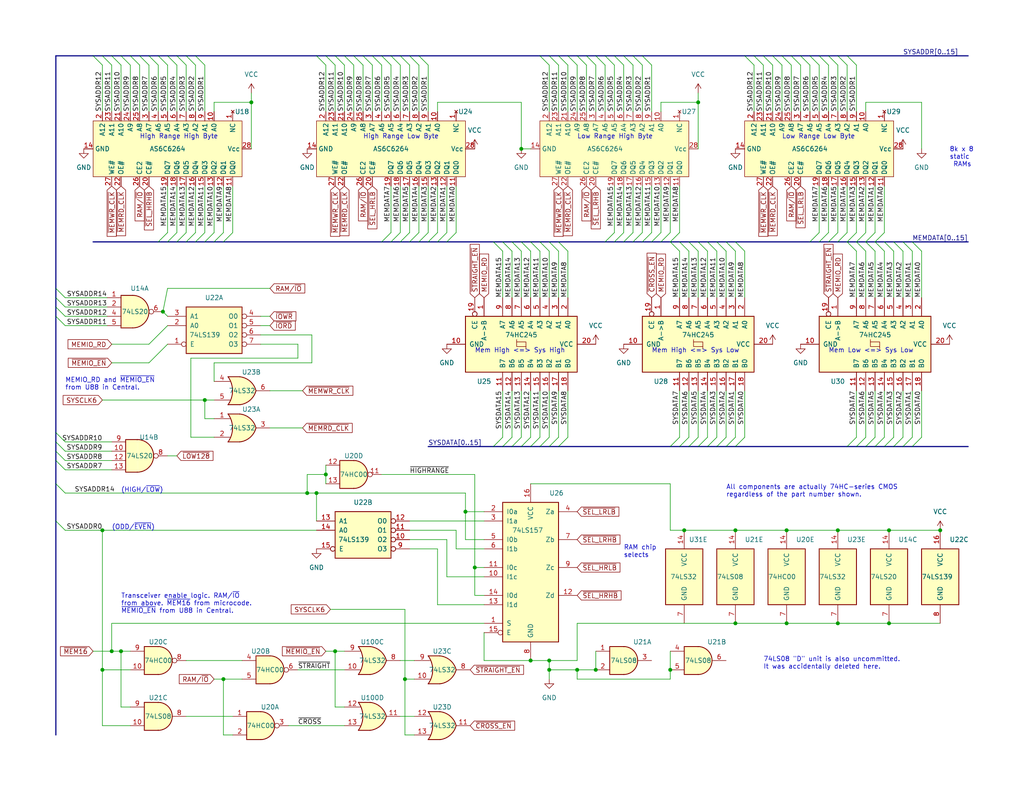
<source format=kicad_sch>
(kicad_sch (version 20211123) (generator eeschema)
  (paper "USLetter")
  (title_block (title "YARC Memory"))
  (junction (at 30.48 177.8))
  (junction (at 228.6 170.18))
  (junction (at 27.94 144.78))
  (junction (at 200.66 170.18))
  (junction (at 157.48 182.88))
  (junction (at 127 139.7))
  (junction (at 129.54 154.94))
  (junction (at 242.57 170.18))
  (junction (at 162.56 182.88))
  (junction (at 190.5 27.94))
  (junction (at 55.88 109.22))
  (junction (at 60.96 185.42))
  (junction (at 242.57 144.78))
  (junction (at 86.36 134.62))
  (junction (at 91.44 177.8))
  (junction (at 142.24 40.64))
  (junction (at 228.6 144.78))
  (junction (at 144.78 180.34))
  (junction (at 83.82 134.62))
  (junction (at 44.45 85.09))
  (junction (at 33.02 177.8))
  (junction (at 256.54 144.78))
  (junction (at 186.69 144.78))
  (junction (at 214.63 170.18))
  (junction (at 68.58 27.94))
  (junction (at 110.49 185.42))
  (junction (at 214.63 144.78))
  (junction (at 88.9 129.54))
  (junction (at 182.88 182.88))
  (junction (at 149.86 180.34))
  (junction (at 27.94 182.88))
  (junction (at 149.86 182.88))
  (junction (at 200.66 144.78))
  (bus_entry (at 152.4 15.24) (size 2.54 2.54))
  (bus_entry (at 190.5 121.92) (size 2.54 -2.54))
  (bus_entry (at 198.12 66.04) (size 2.54 2.54))
  (bus_entry (at 195.58 121.92) (size 2.54 -2.54))
  (bus_entry (at 58.42 66.04) (size 2.54 -2.54))
  (bus_entry (at 238.76 121.92) (size 2.54 -2.54))
  (bus_entry (at 106.68 66.04) (size 2.54 -2.54))
  (bus_entry (at 33.02 15.24) (size 2.54 2.54))
  (bus_entry (at 218.44 15.24) (size 2.54 2.54))
  (bus_entry (at 38.1 15.24) (size 2.54 2.54))
  (bus_entry (at 86.36 15.24) (size 2.54 2.54))
  (bus_entry (at 147.32 121.92) (size 2.54 -2.54))
  (bus_entry (at 15.24 125.73) (size 2.54 2.54))
  (bus_entry (at 238.76 66.04) (size 2.54 2.54))
  (bus_entry (at 101.6 15.24) (size 2.54 2.54))
  (bus_entry (at 200.66 121.92) (size 2.54 -2.54))
  (bus_entry (at 88.9 15.24) (size 2.54 2.54))
  (bus_entry (at 15.24 83.82) (size 2.54 2.54))
  (bus_entry (at 203.2 15.24) (size 2.54 2.54))
  (bus_entry (at 116.84 66.04) (size 2.54 -2.54))
  (bus_entry (at 167.64 15.24) (size 2.54 2.54))
  (bus_entry (at 25.4 15.24) (size 2.54 2.54))
  (bus_entry (at 15.24 118.11) (size 2.54 2.54))
  (bus_entry (at 160.02 15.24) (size 2.54 2.54))
  (bus_entry (at 93.98 15.24) (size 2.54 2.54))
  (bus_entry (at 248.92 121.92) (size 2.54 -2.54))
  (bus_entry (at 48.26 15.24) (size 2.54 2.54))
  (bus_entry (at 147.32 66.04) (size 2.54 2.54))
  (bus_entry (at 43.18 66.04) (size 2.54 -2.54))
  (bus_entry (at 241.3 121.92) (size 2.54 -2.54))
  (bus_entry (at 177.8 66.04) (size 2.54 -2.54))
  (bus_entry (at 111.76 66.04) (size 2.54 -2.54))
  (bus_entry (at 15.24 81.28) (size 2.54 2.54))
  (bus_entry (at 157.48 15.24) (size 2.54 2.54))
  (bus_entry (at 50.8 15.24) (size 2.54 2.54))
  (bus_entry (at 233.68 121.92) (size 2.54 -2.54))
  (bus_entry (at 104.14 66.04) (size 2.54 -2.54))
  (bus_entry (at 121.92 66.04) (size 2.54 -2.54))
  (bus_entry (at 53.34 15.24) (size 2.54 2.54))
  (bus_entry (at 175.26 15.24) (size 2.54 2.54))
  (bus_entry (at 15.24 142.24) (size 2.54 2.54))
  (bus_entry (at 193.04 66.04) (size 2.54 2.54))
  (bus_entry (at 220.98 15.24) (size 2.54 2.54))
  (bus_entry (at 236.22 66.04) (size 2.54 2.54))
  (bus_entry (at 185.42 121.92) (size 2.54 -2.54))
  (bus_entry (at 109.22 66.04) (size 2.54 -2.54))
  (bus_entry (at 99.06 15.24) (size 2.54 2.54))
  (bus_entry (at 238.76 66.04) (size 2.54 -2.54))
  (bus_entry (at 205.74 15.24) (size 2.54 2.54))
  (bus_entry (at 119.38 66.04) (size 2.54 -2.54))
  (bus_entry (at 15.24 132.08) (size 2.54 2.54))
  (bus_entry (at 210.82 15.24) (size 2.54 2.54))
  (bus_entry (at 400.05 69.85) (size 2.54 2.54))
  (bus_entry (at 195.58 66.04) (size 2.54 2.54))
  (bus_entry (at 231.14 15.24) (size 2.54 2.54))
  (bus_entry (at 144.78 66.04) (size 2.54 2.54))
  (bus_entry (at 137.16 66.04) (size 2.54 2.54))
  (bus_entry (at 246.38 121.92) (size 2.54 -2.54))
  (bus_entry (at 134.62 121.92) (size 2.54 -2.54))
  (bus_entry (at 213.36 15.24) (size 2.54 2.54))
  (bus_entry (at 149.86 121.92) (size 2.54 -2.54))
  (bus_entry (at 15.24 86.36) (size 2.54 2.54))
  (bus_entry (at 30.48 15.24) (size 2.54 2.54))
  (bus_entry (at 193.04 121.92) (size 2.54 -2.54))
  (bus_entry (at 50.8 66.04) (size 2.54 -2.54))
  (bus_entry (at 172.72 66.04) (size 2.54 -2.54))
  (bus_entry (at 139.7 66.04) (size 2.54 2.54))
  (bus_entry (at 172.72 15.24) (size 2.54 2.54))
  (bus_entry (at 165.1 15.24) (size 2.54 2.54))
  (bus_entry (at 137.16 121.92) (size 2.54 -2.54))
  (bus_entry (at 226.06 66.04) (size 2.54 -2.54))
  (bus_entry (at 142.24 121.92) (size 2.54 -2.54))
  (bus_entry (at 96.52 15.24) (size 2.54 2.54))
  (bus_entry (at 231.14 66.04) (size 2.54 -2.54))
  (bus_entry (at 208.28 15.24) (size 2.54 2.54))
  (bus_entry (at 236.22 121.92) (size 2.54 -2.54))
  (bus_entry (at 220.98 66.04) (size 2.54 -2.54))
  (bus_entry (at 104.14 15.24) (size 2.54 2.54))
  (bus_entry (at 27.94 15.24) (size 2.54 2.54))
  (bus_entry (at 182.88 66.04) (size 2.54 2.54))
  (bus_entry (at 248.92 66.04) (size 2.54 2.54))
  (bus_entry (at 15.24 120.65) (size 2.54 2.54))
  (bus_entry (at 109.22 15.24) (size 2.54 2.54))
  (bus_entry (at 187.96 121.92) (size 2.54 -2.54))
  (bus_entry (at 175.26 66.04) (size 2.54 -2.54))
  (bus_entry (at 15.24 123.19) (size 2.54 2.54))
  (bus_entry (at 226.06 15.24) (size 2.54 2.54))
  (bus_entry (at 167.64 66.04) (size 2.54 -2.54))
  (bus_entry (at 40.64 15.24) (size 2.54 2.54))
  (bus_entry (at 45.72 66.04) (size 2.54 -2.54))
  (bus_entry (at 241.3 66.04) (size 2.54 2.54))
  (bus_entry (at 144.78 121.92) (size 2.54 -2.54))
  (bus_entry (at 170.18 66.04) (size 2.54 -2.54))
  (bus_entry (at 228.6 15.24) (size 2.54 2.54))
  (bus_entry (at 223.52 15.24) (size 2.54 2.54))
  (bus_entry (at 162.56 15.24) (size 2.54 2.54))
  (bus_entry (at 190.5 66.04) (size 2.54 2.54))
  (bus_entry (at 142.24 66.04) (size 2.54 2.54))
  (bus_entry (at 35.56 15.24) (size 2.54 2.54))
  (bus_entry (at 106.68 15.24) (size 2.54 2.54))
  (bus_entry (at 149.86 15.24) (size 2.54 2.54))
  (bus_entry (at 114.3 15.24) (size 2.54 2.54))
  (bus_entry (at 182.88 66.04) (size 2.54 -2.54))
  (bus_entry (at 60.96 66.04) (size 2.54 -2.54))
  (bus_entry (at 53.34 66.04) (size 2.54 -2.54))
  (bus_entry (at 149.86 66.04) (size 2.54 2.54))
  (bus_entry (at 91.44 15.24) (size 2.54 2.54))
  (bus_entry (at 185.42 66.04) (size 2.54 2.54))
  (bus_entry (at 187.96 66.04) (size 2.54 2.54))
  (bus_entry (at 134.62 66.04) (size 2.54 2.54))
  (bus_entry (at 228.6 66.04) (size 2.54 -2.54))
  (bus_entry (at 147.32 15.24) (size 2.54 2.54))
  (bus_entry (at 182.88 121.92) (size 2.54 -2.54))
  (bus_entry (at 233.68 66.04) (size 2.54 -2.54))
  (bus_entry (at 114.3 66.04) (size 2.54 -2.54))
  (bus_entry (at 152.4 66.04) (size 2.54 2.54))
  (bus_entry (at 154.94 15.24) (size 2.54 2.54))
  (bus_entry (at 200.66 66.04) (size 2.54 2.54))
  (bus_entry (at 215.9 15.24) (size 2.54 2.54))
  (bus_entry (at 231.14 66.04) (size 2.54 2.54))
  (bus_entry (at 243.84 66.04) (size 2.54 2.54))
  (bus_entry (at 180.34 66.04) (size 2.54 -2.54))
  (bus_entry (at 223.52 66.04) (size 2.54 -2.54))
  (bus_entry (at 246.38 66.04) (size 2.54 2.54))
  (bus_entry (at 152.4 121.92) (size 2.54 -2.54))
  (bus_entry (at 233.68 66.04) (size 2.54 2.54))
  (bus_entry (at 243.84 121.92) (size 2.54 -2.54))
  (bus_entry (at 15.24 78.74) (size 2.54 2.54))
  (bus_entry (at 48.26 66.04) (size 2.54 -2.54))
  (bus_entry (at 170.18 15.24) (size 2.54 2.54))
  (bus_entry (at 165.1 66.04) (size 2.54 -2.54))
  (bus_entry (at 139.7 121.92) (size 2.54 -2.54))
  (bus_entry (at 43.18 15.24) (size 2.54 2.54))
  (bus_entry (at 236.22 66.04) (size 2.54 -2.54))
  (bus_entry (at 111.76 15.24) (size 2.54 2.54))
  (bus_entry (at 55.88 66.04) (size 2.54 -2.54))
  (bus_entry (at 231.14 121.92) (size 2.54 -2.54))
  (bus_entry (at 198.12 121.92) (size 2.54 -2.54))
  (bus_entry (at 45.72 15.24) (size 2.54 2.54))
  (wire (pts (xy 27.94 144.78) (xy 27.94 182.88)))
  (wire (pts (xy 132.08 154.94) (xy 129.54 154.94)))
  (wire (pts (xy 144.78 68.58) (xy 144.78 81.28)))
  (wire (pts (xy 91.44 177.8) (xy 93.98 177.8)))
  (wire (pts (xy 17.78 125.73) (xy 30.48 125.73)))
  (bus (pts (xy 101.6 15.24) (xy 104.14 15.24)))
  (bus (pts (xy 182.88 66.04) (xy 185.42 66.04)))
  (wire (pts (xy 45.72 86.36) (xy 44.45 85.09)))
  (wire (pts (xy 132.08 170.18) (xy 30.48 170.18)))
  (wire (pts (xy 30.48 177.8) (xy 33.02 177.8)))
  (wire (pts (xy 132.08 165.1) (xy 119.38 165.1)))
  (wire (pts (xy 198.12 68.58) (xy 198.12 81.28)))
  (wire (pts (xy 226.06 17.78) (xy 226.06 30.48)))
  (wire (pts (xy 119.38 30.48) (xy 119.38 27.94)))
  (wire (pts (xy 228.6 17.78) (xy 228.6 30.48)))
  (wire (pts (xy 58.42 63.5) (xy 58.42 50.8)))
  (wire (pts (xy 106.68 17.78) (xy 106.68 30.48)))
  (wire (pts (xy 226.06 63.5) (xy 226.06 50.8)))
  (wire (pts (xy 238.76 63.5) (xy 238.76 50.8)))
  (wire (pts (xy 58.42 114.3) (xy 55.88 114.3)))
  (bus (pts (xy 233.68 121.92) (xy 236.22 121.92)))
  (bus (pts (xy 198.12 121.92) (xy 200.66 121.92)))
  (wire (pts (xy 93.98 17.78) (xy 93.98 30.48)))
  (bus (pts (xy 236.22 66.04) (xy 238.76 66.04)))
  (wire (pts (xy 73.66 86.36) (xy 71.12 86.36)))
  (wire (pts (xy 25.4 177.8) (xy 30.48 177.8)))
  (bus (pts (xy 27.94 15.24) (xy 30.48 15.24)))
  (bus (pts (xy 195.58 66.04) (xy 198.12 66.04)))
  (wire (pts (xy 121.92 63.5) (xy 121.92 50.8)))
  (bus (pts (xy 220.98 66.04) (xy 223.52 66.04)))
  (bus (pts (xy 25.4 66.04) (xy 43.18 66.04)))
  (bus (pts (xy 215.9 15.24) (xy 218.44 15.24)))
  (wire (pts (xy 50.8 195.58) (xy 63.5 195.58)))
  (bus (pts (xy 116.84 121.92) (xy 134.62 121.92)))
  (wire (pts (xy 17.78 81.28) (xy 29.21 81.28)))
  (bus (pts (xy 86.36 15.24) (xy 88.9 15.24)))
  (wire (pts (xy 180.34 63.5) (xy 180.34 50.8)))
  (wire (pts (xy 190.5 68.58) (xy 190.5 81.28)))
  (bus (pts (xy 15.24 15.24) (xy 15.24 78.74)))
  (wire (pts (xy 228.6 144.78) (xy 242.57 144.78)))
  (bus (pts (xy 134.62 121.92) (xy 137.16 121.92)))
  (bus (pts (xy 30.48 15.24) (xy 33.02 15.24)))
  (wire (pts (xy 129.54 129.54) (xy 129.54 154.94)))
  (bus (pts (xy 193.04 121.92) (xy 195.58 121.92)))
  (wire (pts (xy 45.72 17.78) (xy 45.72 30.48)))
  (wire (pts (xy 53.34 63.5) (xy 53.34 50.8)))
  (wire (pts (xy 50.8 63.5) (xy 50.8 50.8)))
  (wire (pts (xy 109.22 195.58) (xy 113.03 195.58)))
  (wire (pts (xy 88.9 177.8) (xy 91.44 177.8)))
  (wire (pts (xy 58.42 99.06) (xy 85.09 99.06)))
  (bus (pts (xy 142.24 121.92) (xy 144.78 121.92)))
  (wire (pts (xy 88.9 129.54) (xy 83.82 129.54)))
  (wire (pts (xy 116.84 63.5) (xy 116.84 50.8)))
  (wire (pts (xy 251.46 119.38) (xy 251.46 106.68)))
  (bus (pts (xy 152.4 15.24) (xy 154.94 15.24)))
  (wire (pts (xy 132.08 149.86) (xy 124.46 149.86)))
  (bus (pts (xy 167.64 15.24) (xy 170.18 15.24)))
  (wire (pts (xy 78.74 198.12) (xy 93.98 198.12)))
  (bus (pts (xy 48.26 66.04) (xy 50.8 66.04)))
  (wire (pts (xy 110.49 185.42) (xy 113.03 185.42)))
  (bus (pts (xy 147.32 121.92) (xy 149.86 121.92)))
  (wire (pts (xy 180.34 27.94) (xy 190.5 27.94)))
  (wire (pts (xy 88.9 17.78) (xy 88.9 30.48)))
  (bus (pts (xy 142.24 66.04) (xy 144.78 66.04)))
  (wire (pts (xy 17.78 128.27) (xy 30.48 128.27)))
  (bus (pts (xy 175.26 66.04) (xy 177.8 66.04)))
  (wire (pts (xy 233.68 17.78) (xy 233.68 30.48)))
  (wire (pts (xy 236.22 119.38) (xy 236.22 106.68)))
  (wire (pts (xy 220.98 17.78) (xy 220.98 30.48)))
  (wire (pts (xy 149.86 180.34) (xy 157.48 180.34)))
  (bus (pts (xy 160.02 15.24) (xy 162.56 15.24)))
  (wire (pts (xy 58.42 30.48) (xy 58.42 27.94)))
  (wire (pts (xy 82.55 106.68) (xy 73.66 106.68)))
  (wire (pts (xy 52.07 119.38) (xy 58.42 119.38)))
  (wire (pts (xy 86.36 134.62) (xy 127 134.62)))
  (wire (pts (xy 177.8 17.78) (xy 177.8 30.48)))
  (wire (pts (xy 38.1 17.78) (xy 38.1 30.48)))
  (wire (pts (xy 90.17 166.37) (xy 110.49 166.37)))
  (bus (pts (xy 223.52 15.24) (xy 226.06 15.24)))
  (wire (pts (xy 203.2 119.38) (xy 203.2 106.68)))
  (wire (pts (xy 68.58 27.94) (xy 68.58 40.64)))
  (wire (pts (xy 198.12 119.38) (xy 198.12 106.68)))
  (wire (pts (xy 132.08 172.72) (xy 132.08 180.34)))
  (bus (pts (xy 220.98 15.24) (xy 223.52 15.24)))
  (wire (pts (xy 149.86 185.42) (xy 149.86 182.88)))
  (bus (pts (xy 213.36 15.24) (xy 215.9 15.24)))
  (wire (pts (xy 157.48 170.18) (xy 200.66 170.18)))
  (wire (pts (xy 91.44 17.78) (xy 91.44 30.48)))
  (bus (pts (xy 139.7 66.04) (xy 142.24 66.04)))
  (wire (pts (xy 180.34 30.48) (xy 180.34 27.94)))
  (wire (pts (xy 214.63 144.78) (xy 228.6 144.78)))
  (wire (pts (xy 33.02 17.78) (xy 33.02 30.48)))
  (wire (pts (xy 27.94 17.78) (xy 27.94 30.48)))
  (wire (pts (xy 33.02 193.04) (xy 33.02 177.8)))
  (bus (pts (xy 15.24 118.11) (xy 15.24 120.65)))
  (wire (pts (xy 186.69 144.78) (xy 200.66 144.78)))
  (bus (pts (xy 226.06 66.04) (xy 228.6 66.04)))
  (wire (pts (xy 30.48 170.18) (xy 30.48 177.8)))
  (bus (pts (xy 190.5 121.92) (xy 193.04 121.92)))
  (bus (pts (xy 15.24 15.24) (xy 25.4 15.24)))
  (wire (pts (xy 251.46 27.94) (xy 251.46 40.64)))
  (bus (pts (xy 238.76 66.04) (xy 241.3 66.04)))
  (wire (pts (xy 17.78 88.9) (xy 29.21 88.9)))
  (bus (pts (xy 241.3 66.04) (xy 243.84 66.04)))
  (bus (pts (xy 106.68 15.24) (xy 109.22 15.24)))
  (wire (pts (xy 127 134.62) (xy 127 139.7)))
  (bus (pts (xy 246.38 66.04) (xy 248.92 66.04)))
  (bus (pts (xy 226.06 15.24) (xy 228.6 15.24)))
  (wire (pts (xy 132.08 180.34) (xy 144.78 180.34)))
  (wire (pts (xy 127 139.7) (xy 127 147.32)))
  (wire (pts (xy 17.78 120.65) (xy 30.48 120.65)))
  (wire (pts (xy 55.88 109.22) (xy 58.42 109.22)))
  (bus (pts (xy 93.98 15.24) (xy 96.52 15.24)))
  (wire (pts (xy 147.32 119.38) (xy 147.32 106.68)))
  (wire (pts (xy 17.78 86.36) (xy 29.21 86.36)))
  (bus (pts (xy 154.94 15.24) (xy 157.48 15.24)))
  (wire (pts (xy 236.22 27.94) (xy 251.46 27.94)))
  (bus (pts (xy 53.34 15.24) (xy 86.36 15.24)))
  (wire (pts (xy 119.38 149.86) (xy 111.76 149.86)))
  (wire (pts (xy 256.54 170.18) (xy 242.57 170.18)))
  (wire (pts (xy 205.74 17.78) (xy 205.74 30.48)))
  (bus (pts (xy 152.4 121.92) (xy 182.88 121.92)))
  (wire (pts (xy 60.96 200.66) (xy 60.96 185.42)))
  (bus (pts (xy 198.12 66.04) (xy 200.66 66.04)))
  (wire (pts (xy 167.64 17.78) (xy 167.64 30.48)))
  (wire (pts (xy 218.44 17.78) (xy 218.44 30.48)))
  (bus (pts (xy 185.42 121.92) (xy 187.96 121.92)))
  (wire (pts (xy 114.3 17.78) (xy 114.3 30.48)))
  (wire (pts (xy 53.34 17.78) (xy 53.34 30.48)))
  (bus (pts (xy 208.28 15.24) (xy 210.82 15.24)))
  (bus (pts (xy 104.14 15.24) (xy 106.68 15.24)))
  (wire (pts (xy 17.78 83.82) (xy 29.21 83.82)))
  (bus (pts (xy 40.64 15.24) (xy 43.18 15.24)))
  (wire (pts (xy 241.3 119.38) (xy 241.3 106.68)))
  (wire (pts (xy 119.38 27.94) (xy 142.24 27.94)))
  (bus (pts (xy 25.4 15.24) (xy 27.94 15.24)))
  (wire (pts (xy 154.94 119.38) (xy 154.94 106.68)))
  (wire (pts (xy 223.52 17.78) (xy 223.52 30.48)))
  (bus (pts (xy 243.84 66.04) (xy 246.38 66.04)))
  (wire (pts (xy 129.54 154.94) (xy 129.54 162.56)))
  (wire (pts (xy 137.16 68.58) (xy 137.16 81.28)))
  (wire (pts (xy 109.22 17.78) (xy 109.22 30.48)))
  (bus (pts (xy 172.72 66.04) (xy 175.26 66.04)))
  (wire (pts (xy 149.86 182.88) (xy 149.86 180.34)))
  (bus (pts (xy 246.38 121.92) (xy 248.92 121.92)))
  (bus (pts (xy 182.88 121.92) (xy 185.42 121.92)))
  (wire (pts (xy 208.28 17.78) (xy 208.28 30.48)))
  (wire (pts (xy 149.86 119.38) (xy 149.86 106.68)))
  (bus (pts (xy 149.86 15.24) (xy 152.4 15.24)))
  (wire (pts (xy 200.66 68.58) (xy 200.66 81.28)))
  (wire (pts (xy 246.38 68.58) (xy 246.38 81.28)))
  (bus (pts (xy 223.52 66.04) (xy 226.06 66.04)))
  (bus (pts (xy 137.16 66.04) (xy 139.7 66.04)))
  (bus (pts (xy 15.24 132.08) (xy 15.24 142.24)))
  (bus (pts (xy 180.34 66.04) (xy 182.88 66.04)))
  (bus (pts (xy 116.84 66.04) (xy 119.38 66.04)))
  (wire (pts (xy 71.12 93.98) (xy 81.28 93.98)))
  (wire (pts (xy 111.76 63.5) (xy 111.76 50.8)))
  (wire (pts (xy 93.98 193.04) (xy 91.44 193.04)))
  (wire (pts (xy 195.58 119.38) (xy 195.58 106.68)))
  (bus (pts (xy 231.14 121.92) (xy 233.68 121.92)))
  (wire (pts (xy 63.5 200.66) (xy 60.96 200.66)))
  (wire (pts (xy 228.6 63.5) (xy 228.6 50.8)))
  (bus (pts (xy 45.72 15.24) (xy 48.26 15.24)))
  (bus (pts (xy 162.56 15.24) (xy 165.1 15.24)))
  (wire (pts (xy 30.48 93.98) (xy 40.64 93.98)))
  (bus (pts (xy 15.24 123.19) (xy 15.24 125.73)))
  (wire (pts (xy 185.42 63.5) (xy 185.42 50.8)))
  (wire (pts (xy 52.07 97.79) (xy 81.28 97.79)))
  (wire (pts (xy 71.12 91.44) (xy 85.09 91.44)))
  (wire (pts (xy 162.56 182.88) (xy 157.48 182.88)))
  (wire (pts (xy 142.24 27.94) (xy 142.24 40.64)))
  (wire (pts (xy 58.42 104.14) (xy 58.42 99.06)))
  (wire (pts (xy 81.28 97.79) (xy 81.28 93.98)))
  (wire (pts (xy 213.36 17.78) (xy 213.36 30.48)))
  (wire (pts (xy 137.16 119.38) (xy 137.16 106.68)))
  (bus (pts (xy 200.66 121.92) (xy 231.14 121.92)))
  (wire (pts (xy 104.14 17.78) (xy 104.14 30.48)))
  (wire (pts (xy 121.92 157.48) (xy 121.92 147.32)))
  (wire (pts (xy 157.48 180.34) (xy 157.48 170.18)))
  (bus (pts (xy 185.42 66.04) (xy 187.96 66.04)))
  (wire (pts (xy 215.9 17.78) (xy 215.9 30.48)))
  (bus (pts (xy 48.26 15.24) (xy 50.8 15.24)))
  (wire (pts (xy 248.92 68.58) (xy 248.92 81.28)))
  (bus (pts (xy 147.32 66.04) (xy 149.86 66.04)))
  (wire (pts (xy 113.03 180.34) (xy 109.22 180.34)))
  (wire (pts (xy 243.84 119.38) (xy 243.84 106.68)))
  (wire (pts (xy 214.63 170.18) (xy 228.6 170.18)))
  (wire (pts (xy 132.08 157.48) (xy 121.92 157.48)))
  (wire (pts (xy 17.78 123.19) (xy 30.48 123.19)))
  (bus (pts (xy 35.56 15.24) (xy 38.1 15.24)))
  (wire (pts (xy 113.03 200.66) (xy 110.49 200.66)))
  (bus (pts (xy 170.18 15.24) (xy 172.72 15.24)))
  (bus (pts (xy 205.74 15.24) (xy 208.28 15.24)))
  (bus (pts (xy 50.8 15.24) (xy 53.34 15.24)))
  (bus (pts (xy 149.86 121.92) (xy 152.4 121.92)))
  (wire (pts (xy 170.18 17.78) (xy 170.18 30.48)))
  (wire (pts (xy 110.49 200.66) (xy 110.49 185.42)))
  (wire (pts (xy 182.88 63.5) (xy 182.88 50.8)))
  (bus (pts (xy 165.1 66.04) (xy 167.64 66.04)))
  (bus (pts (xy 233.68 66.04) (xy 236.22 66.04)))
  (wire (pts (xy 35.56 182.88) (xy 27.94 182.88)))
  (wire (pts (xy 68.58 25.4) (xy 68.58 27.94)))
  (bus (pts (xy 111.76 66.04) (xy 114.3 66.04)))
  (bus (pts (xy 228.6 66.04) (xy 231.14 66.04)))
  (bus (pts (xy 114.3 66.04) (xy 116.84 66.04)))
  (wire (pts (xy 182.88 182.88) (xy 182.88 185.42)))
  (bus (pts (xy 15.24 142.24) (xy 15.24 200.66)))
  (wire (pts (xy 144.78 132.08) (xy 182.88 132.08)))
  (wire (pts (xy 233.68 68.58) (xy 233.68 81.28)))
  (wire (pts (xy 152.4 119.38) (xy 152.4 106.68)))
  (wire (pts (xy 81.28 182.88) (xy 93.98 182.88)))
  (bus (pts (xy 109.22 66.04) (xy 111.76 66.04)))
  (wire (pts (xy 96.52 17.78) (xy 96.52 30.48)))
  (wire (pts (xy 157.48 185.42) (xy 157.48 182.88)))
  (wire (pts (xy 182.88 185.42) (xy 157.48 185.42)))
  (wire (pts (xy 50.8 180.34) (xy 66.04 180.34)))
  (bus (pts (xy 195.58 121.92) (xy 198.12 121.92)))
  (bus (pts (xy 248.92 121.92) (xy 264.16 121.92)))
  (wire (pts (xy 35.56 17.78) (xy 35.56 30.48)))
  (bus (pts (xy 144.78 66.04) (xy 147.32 66.04)))
  (wire (pts (xy 165.1 17.78) (xy 165.1 30.48)))
  (wire (pts (xy 106.68 63.5) (xy 106.68 50.8)))
  (bus (pts (xy 243.84 121.92) (xy 246.38 121.92)))
  (bus (pts (xy 231.14 66.04) (xy 233.68 66.04)))
  (bus (pts (xy 149.86 66.04) (xy 152.4 66.04)))
  (bus (pts (xy 177.8 66.04) (xy 180.34 66.04)))
  (wire (pts (xy 124.46 63.5) (xy 124.46 50.8)))
  (wire (pts (xy 43.18 17.78) (xy 43.18 30.48)))
  (wire (pts (xy 119.38 165.1) (xy 119.38 149.86)))
  (wire (pts (xy 236.22 30.48) (xy 236.22 27.94)))
  (wire (pts (xy 73.66 88.9) (xy 71.12 88.9)))
  (wire (pts (xy 144.78 180.34) (xy 149.86 180.34)))
  (wire (pts (xy 228.6 170.18) (xy 242.57 170.18)))
  (wire (pts (xy 58.42 27.94) (xy 68.58 27.94)))
  (bus (pts (xy 45.72 66.04) (xy 48.26 66.04)))
  (bus (pts (xy 60.96 66.04) (xy 104.14 66.04)))
  (wire (pts (xy 139.7 119.38) (xy 139.7 106.68)))
  (bus (pts (xy 111.76 15.24) (xy 114.3 15.24)))
  (wire (pts (xy 160.02 17.78) (xy 160.02 30.48)))
  (wire (pts (xy 83.82 134.62) (xy 86.36 134.62)))
  (bus (pts (xy 109.22 15.24) (xy 111.76 15.24)))
  (wire (pts (xy 124.46 149.86) (xy 124.46 144.78)))
  (bus (pts (xy 137.16 121.92) (xy 139.7 121.92)))
  (wire (pts (xy 182.88 144.78) (xy 186.69 144.78)))
  (wire (pts (xy 157.48 17.78) (xy 157.48 30.48)))
  (wire (pts (xy 86.36 142.24) (xy 86.36 134.62)))
  (bus (pts (xy 88.9 15.24) (xy 91.44 15.24)))
  (wire (pts (xy 162.56 177.8) (xy 162.56 182.88)))
  (bus (pts (xy 43.18 66.04) (xy 45.72 66.04)))
  (wire (pts (xy 83.82 129.54) (xy 83.82 134.62)))
  (bus (pts (xy 236.22 121.92) (xy 238.76 121.92)))
  (wire (pts (xy 182.88 132.08) (xy 182.88 144.78)))
  (wire (pts (xy 193.04 119.38) (xy 193.04 106.68)))
  (bus (pts (xy 119.38 66.04) (xy 121.92 66.04)))
  (wire (pts (xy 27.94 198.12) (xy 27.94 182.88)))
  (wire (pts (xy 139.7 68.58) (xy 139.7 81.28)))
  (wire (pts (xy 243.84 68.58) (xy 243.84 81.28)))
  (wire (pts (xy 190.5 25.4) (xy 190.5 27.94)))
  (bus (pts (xy 200.66 66.04) (xy 220.98 66.04)))
  (wire (pts (xy 236.22 68.58) (xy 236.22 81.28)))
  (wire (pts (xy 35.56 193.04) (xy 33.02 193.04)))
  (wire (pts (xy 17.78 134.62) (xy 83.82 134.62)))
  (bus (pts (xy 228.6 15.24) (xy 231.14 15.24)))
  (wire (pts (xy 114.3 63.5) (xy 114.3 50.8)))
  (wire (pts (xy 17.78 144.78) (xy 27.94 144.78)))
  (bus (pts (xy 170.18 66.04) (xy 172.72 66.04)))
  (wire (pts (xy 55.88 63.5) (xy 55.88 50.8)))
  (wire (pts (xy 238.76 119.38) (xy 238.76 106.68)))
  (wire (pts (xy 231.14 63.5) (xy 231.14 50.8)))
  (wire (pts (xy 200.66 119.38) (xy 200.66 106.68)))
  (bus (pts (xy 241.3 121.92) (xy 243.84 121.92)))
  (bus (pts (xy 106.68 66.04) (xy 109.22 66.04)))
  (wire (pts (xy 175.26 63.5) (xy 175.26 50.8)))
  (wire (pts (xy 45.72 63.5) (xy 45.72 50.8)))
  (wire (pts (xy 152.4 17.78) (xy 152.4 30.48)))
  (bus (pts (xy 193.04 66.04) (xy 195.58 66.04)))
  (wire (pts (xy 73.66 116.84) (xy 82.55 116.84)))
  (bus (pts (xy 147.32 15.24) (xy 149.86 15.24)))
  (wire (pts (xy 142.24 119.38) (xy 142.24 106.68)))
  (wire (pts (xy 246.38 119.38) (xy 246.38 106.68)))
  (wire (pts (xy 195.58 68.58) (xy 195.58 81.28)))
  (wire (pts (xy 177.8 63.5) (xy 177.8 50.8)))
  (wire (pts (xy 210.82 17.78) (xy 210.82 30.48)))
  (wire (pts (xy 101.6 17.78) (xy 101.6 30.48)))
  (bus (pts (xy 15.24 125.73) (xy 15.24 132.08)))
  (wire (pts (xy 149.86 68.58) (xy 149.86 81.28)))
  (wire (pts (xy 187.96 119.38) (xy 187.96 106.68)))
  (wire (pts (xy 27.94 109.22) (xy 55.88 109.22)))
  (wire (pts (xy 99.06 17.78) (xy 99.06 30.48)))
  (wire (pts (xy 233.68 63.5) (xy 233.68 50.8)))
  (wire (pts (xy 233.68 119.38) (xy 233.68 106.68)))
  (wire (pts (xy 185.42 119.38) (xy 185.42 106.68)))
  (wire (pts (xy 185.42 68.58) (xy 185.42 81.28)))
  (wire (pts (xy 172.72 17.78) (xy 172.72 30.48)))
  (wire (pts (xy 40.64 17.78) (xy 40.64 30.48)))
  (bus (pts (xy 238.76 121.92) (xy 241.3 121.92)))
  (wire (pts (xy 203.2 68.58) (xy 203.2 81.28)))
  (wire (pts (xy 157.48 182.88) (xy 149.86 182.88)))
  (wire (pts (xy 187.96 68.58) (xy 187.96 81.28)))
  (wire (pts (xy 45.72 78.74) (xy 73.66 78.74)))
  (bus (pts (xy 172.72 15.24) (xy 175.26 15.24)))
  (wire (pts (xy 109.22 63.5) (xy 109.22 50.8)))
  (wire (pts (xy 175.26 17.78) (xy 175.26 30.48)))
  (wire (pts (xy 193.04 68.58) (xy 193.04 81.28)))
  (wire (pts (xy 142.24 68.58) (xy 142.24 81.28)))
  (wire (pts (xy 167.64 63.5) (xy 167.64 50.8)))
  (wire (pts (xy 127 147.32) (xy 132.08 147.32)))
  (wire (pts (xy 241.3 63.5) (xy 241.3 50.8)))
  (bus (pts (xy 134.62 66.04) (xy 137.16 66.04)))
  (wire (pts (xy 124.46 144.78) (xy 111.76 144.78)))
  (bus (pts (xy 157.48 15.24) (xy 160.02 15.24)))
  (wire (pts (xy 55.88 114.3) (xy 55.88 109.22)))
  (wire (pts (xy 190.5 119.38) (xy 190.5 106.68)))
  (wire (pts (xy 200.66 144.78) (xy 214.63 144.78)))
  (wire (pts (xy 52.07 119.38) (xy 52.07 97.79)))
  (wire (pts (xy 149.86 17.78) (xy 149.86 30.48)))
  (wire (pts (xy 110.49 185.42) (xy 110.49 166.37)))
  (wire (pts (xy 111.76 142.24) (xy 132.08 142.24)))
  (wire (pts (xy 60.96 63.5) (xy 60.96 50.8)))
  (wire (pts (xy 48.26 63.5) (xy 48.26 50.8)))
  (bus (pts (xy 15.24 120.65) (xy 15.24 123.19)))
  (wire (pts (xy 104.14 129.54) (xy 129.54 129.54)))
  (bus (pts (xy 99.06 15.24) (xy 101.6 15.24)))
  (bus (pts (xy 203.2 15.24) (xy 205.74 15.24)))
  (wire (pts (xy 27.94 144.78) (xy 86.36 144.78)))
  (wire (pts (xy 251.46 68.58) (xy 251.46 81.28)))
  (wire (pts (xy 30.48 17.78) (xy 30.48 30.48)))
  (wire (pts (xy 231.14 17.78) (xy 231.14 30.48)))
  (bus (pts (xy 187.96 121.92) (xy 190.5 121.92)))
  (wire (pts (xy 144.78 119.38) (xy 144.78 106.68)))
  (bus (pts (xy 187.96 66.04) (xy 190.5 66.04)))
  (wire (pts (xy 111.76 17.78) (xy 111.76 30.48)))
  (bus (pts (xy 91.44 15.24) (xy 93.98 15.24)))
  (wire (pts (xy 40.64 99.06) (xy 30.48 99.06)))
  (wire (pts (xy 152.4 68.58) (xy 152.4 81.28)))
  (wire (pts (xy 50.8 17.78) (xy 50.8 30.48)))
  (wire (pts (xy 88.9 129.54) (xy 88.9 132.08)))
  (bus (pts (xy 33.02 15.24) (xy 35.56 15.24)))
  (wire (pts (xy 132.08 139.7) (xy 127 139.7)))
  (bus (pts (xy 15.24 81.28) (xy 15.24 83.82)))
  (wire (pts (xy 33.02 177.8) (xy 35.56 177.8)))
  (wire (pts (xy 45.72 93.98) (xy 40.64 99.06)))
  (bus (pts (xy 167.64 66.04) (xy 170.18 66.04)))
  (wire (pts (xy 119.38 63.5) (xy 119.38 50.8)))
  (wire (pts (xy 44.45 85.09) (xy 45.72 78.74)))
  (wire (pts (xy 116.84 17.78) (xy 116.84 30.48)))
  (wire (pts (xy 48.26 17.78) (xy 48.26 30.48)))
  (wire (pts (xy 88.9 127) (xy 88.9 129.54)))
  (bus (pts (xy 190.5 66.04) (xy 193.04 66.04)))
  (wire (pts (xy 45.72 124.46) (xy 48.26 124.46)))
  (bus (pts (xy 38.1 15.24) (xy 40.64 15.24)))
  (wire (pts (xy 121.92 147.32) (xy 111.76 147.32)))
  (wire (pts (xy 241.3 68.58) (xy 241.3 81.28)))
  (bus (pts (xy 58.42 66.04) (xy 60.96 66.04)))
  (wire (pts (xy 60.96 185.42) (xy 66.04 185.42)))
  (bus (pts (xy 15.24 78.74) (xy 15.24 81.28)))
  (wire (pts (xy 242.57 144.78) (xy 256.54 144.78)))
  (bus (pts (xy 15.24 86.36) (xy 15.24 118.11)))
  (bus (pts (xy 175.26 15.24) (xy 203.2 15.24)))
  (wire (pts (xy 55.88 17.78) (xy 55.88 30.48)))
  (wire (pts (xy 238.76 68.58) (xy 238.76 81.28)))
  (wire (pts (xy 172.72 63.5) (xy 172.72 50.8)))
  (wire (pts (xy 154.94 68.58) (xy 154.94 81.28)))
  (wire (pts (xy 182.88 177.8) (xy 182.88 182.88)))
  (bus (pts (xy 152.4 66.04) (xy 165.1 66.04)))
  (bus (pts (xy 55.88 66.04) (xy 58.42 66.04)))
  (wire (pts (xy 85.09 99.06) (xy 85.09 91.44)))
  (bus (pts (xy 121.92 66.04) (xy 134.62 66.04)))
  (wire (pts (xy 154.94 17.78) (xy 154.94 30.48)))
  (wire (pts (xy 35.56 198.12) (xy 27.94 198.12)))
  (bus (pts (xy 165.1 15.24) (xy 167.64 15.24)))
  (bus (pts (xy 50.8 66.04) (xy 53.34 66.04)))
  (bus (pts (xy 248.92 66.04) (xy 264.16 66.04)))
  (wire (pts (xy 40.64 93.98) (xy 45.72 88.9)))
  (wire (pts (xy 170.18 63.5) (xy 170.18 50.8)))
  (wire (pts (xy 190.5 27.94) (xy 190.5 40.64)))
  (bus (pts (xy 218.44 15.24) (xy 220.98 15.24)))
  (wire (pts (xy 223.52 63.5) (xy 223.52 50.8)))
  (bus (pts (xy 43.18 15.24) (xy 45.72 15.24)))
  (wire (pts (xy 248.92 119.38) (xy 248.92 106.68)))
  (wire (pts (xy 147.32 68.58) (xy 147.32 81.28)))
  (wire (pts (xy 162.56 17.78) (xy 162.56 30.48)))
  (wire (pts (xy 91.44 193.04) (xy 91.44 177.8)))
  (wire (pts (xy 58.42 185.42) (xy 60.96 185.42)))
  (wire (pts (xy 129.54 162.56) (xy 132.08 162.56)))
  (bus (pts (xy 53.34 66.04) (xy 55.88 66.04)))
  (wire (pts (xy 63.5 63.5) (xy 63.5 50.8)))
  (wire (pts (xy 142.24 40.64) (xy 144.78 40.64)))
  (wire (pts (xy 200.66 170.18) (xy 214.63 170.18)))
  (bus (pts (xy 139.7 121.92) (xy 142.24 121.92)))
  (bus (pts (xy 114.3 15.24) (xy 147.32 15.24)))
  (bus (pts (xy 96.52 15.24) (xy 99.06 15.24)))
  (wire (pts (xy 236.22 63.5) (xy 236.22 50.8)))
  (bus (pts (xy 15.24 83.82) (xy 15.24 86.36)))
  (bus (pts (xy 210.82 15.24) (xy 213.36 15.24)))
  (bus (pts (xy 231.14 15.24) (xy 264.16 15.24)))
  (bus (pts (xy 144.78 121.92) (xy 147.32 121.92)))
  (bus (pts (xy 104.14 66.04) (xy 106.68 66.04)))
  (text "Mem High <=> Sys High" (at 129.54 96.52 0) (effects (font (size 1.27 1.27)) (justify left bottom)))
  (text "Low Range Low Byte" (at 213.36 38.1 0) (effects (font (size 1.27 1.27)) (justify left bottom)))
  (text "(HIGH/~{LOW})" (at 33.02 134.62 0) (effects (font (size 1.27 1.27)) (justify left bottom)))
  (text "Mem Low <=> Sys Low" (at 226.06 96.52 0) (effects (font (size 1.27 1.27)) (justify left bottom)))
  (text "All components are actually 74HC-series CMOS\nregardless of the part number shown." (at 198.12 135.89 0) (effects (font (size 1.27 1.27)) (justify left bottom)))
  (text "74LS08 \"D\" unit is also uncommitted.\nIt was accidentally deleted here." (at 208.28 182.88 0) (effects (font (size 1.27 1.27)) (justify left bottom)))
  (text "Mem High <=> Sys Low" (at 177.8 96.52 0) (effects (font (size 1.27 1.27)) (justify left bottom)))
  (text "RAM chip\nselects" (at 170.18 152.4 0) (effects (font (size 1.27 1.27)) (justify left bottom)))
  (text "Low Range High Byte" (at 157.48 38.1 0) (effects (font (size 1.27 1.27)) (justify left bottom)))
  (text "High Range Low Byte" (at 99.06 38.1 0) (effects (font (size 1.27 1.27)) (justify left bottom)))
  (text "8k x 8\nstatic\n RAMs" (at 259.08 45.72 0) (effects (font (size 1.27 1.27)) (justify left bottom)))
  (text "Transceiver enable logic. RAM/~{IO}\nfrom above. ~{MEM16} from microcode.\n~{MEMIO_EN} from U88 in Central." (at 33.02 167.64 0) (effects (font (size 1.27 1.27)) (justify left bottom)))
  (text "MEMIO_RD and ~{MEMIO_EN}\nfrom U88 in Central." (at 17.78 106.68 0) (effects (font (size 1.27 1.27)) (justify left bottom)))
  (text "(ODD/~{EVEN})" (at 30.48 144.78 0) (effects (font (size 1.27 1.27)) (justify left bottom)))
  (text "High Range High Byte" (at 38.1 38.1 0) (effects (font (size 1.27 1.27)) (justify left bottom)))
  (label "SYSDATA7" (at 185.42 106.68 270))
  (label "SYSDATA6" (at 236.22 106.68 270))
  (label "SYSADDR8" (at 215.9 30.48 90))
  (label "MEMDATA12" (at 144.78 81.28 90))
  (label "MEMDATA5" (at 111.76 50.8 270))
  (label "SYSADDR4" (at 109.22 30.48 90))
  (label "SYSADDR11" (at 152.4 30.48 90))
  (label "SYSADDR5" (at 167.64 30.48 90))
  (label "SYSADDR7" (at 27.94 128.27 180))
  (label "MEMDATA10" (at 58.42 50.8 270))
  (label "SYSADDR6" (at 165.1 30.48 90))
  (label "MEMDATA11" (at 147.32 81.28 90))
  (label "SYSADDR5" (at 45.72 30.48 90))
  (label "SYSADDR13" (at 29.21 83.82 180))
  (label "MEMDATA7" (at 223.52 50.8 270))
  (label "SYSADDR3" (at 111.76 30.48 90))
  (label "SYSDATA0" (at 251.46 106.68 270))
  (label "MEMDATA10" (at 180.34 50.8 270))
  (label "SYSADDR12" (at 29.21 86.36 180))
  (label "SYSADDR11" (at 208.28 30.48 90))
  (label "SYSADDR7" (at 218.44 30.48 90))
  (label "SYSADDR10" (at 210.82 30.48 90))
  (label "SYSADDR6" (at 220.98 30.48 90))
  (label "SYSADDR12" (at 149.86 30.48 90))
  (label "SYSADDR9" (at 27.94 123.19 180))
  (label "MEMDATA2" (at 236.22 50.8 270))
  (label "SYSADDR1" (at 116.84 30.48 90))
  (label "SYSDATA3" (at 195.58 106.68 270))
  (label "SYSDATA4" (at 241.3 106.68 270))
  (label "MEMDATA6" (at 226.06 50.8 270))
  (label "MEMDATA15" (at 167.64 50.8 270))
  (label "MEMDATA10" (at 149.86 81.28 90))
  (label "MEMDATA8" (at 63.5 50.8 270))
  (label "SYSADDR11" (at 29.21 88.9 180))
  (label "SYSDATA15" (at 137.16 106.68 270))
  (label "SYSADDR1" (at 177.8 30.48 90))
  (label "MEMDATA5" (at 238.76 81.28 90))
  (label "MEMDATA8" (at 203.2 81.28 90))
  (label "MEMDATA3" (at 243.84 81.28 90))
  (label "SYSADDR10" (at 33.02 30.48 90))
  (label "SYSADDR4" (at 170.18 30.48 90))
  (label "~{CROSS}" (at 81.28 198.12 0))
  (label "SYSADDR6" (at 43.18 30.48 90))
  (label "MEMDATA0" (at 251.46 81.28 90))
  (label "SYSADDR2" (at 175.26 30.48 90))
  (label "SYSADDR7" (at 162.56 30.48 90))
  (label "SYSADDR12" (at 27.94 30.48 90))
  (label "MEMDATA13" (at 50.8 50.8 270))
  (label "SYSADDR4" (at 226.06 30.48 90))
  (label "SYSADDR5" (at 223.52 30.48 90))
  (label "MEMDATA6" (at 109.22 50.8 270))
  (label "SYSADDR9" (at 157.48 30.48 90))
  (label "SYSDATA9" (at 152.4 106.68 270))
  (label "SYSADDR14" (at 29.21 81.28 180))
  (label "SYSADDR[0..15]" (at 246.38 15.24 0))
  (label "MEMDATA15" (at 137.16 81.28 90))
  (label "SYSADDR9" (at 213.36 30.48 90))
  (label "SYSADDR0" (at 27.94 144.78 180))
  (label "SYSADDR1" (at 55.88 30.48 90))
  (label "MEMDATA9" (at 182.88 50.8 270))
  (label "SYSADDR4" (at 48.26 30.48 90))
  (label "MEMDATA13" (at 172.72 50.8 270))
  (label "SYSDATA0" (at 203.2 106.68 270))
  (label "SYSDATA1" (at 248.92 106.68 270))
  (label "SYSADDR14" (at 20.32 134.62 0))
  (label "MEMDATA7" (at 233.68 81.28 90))
  (label "MEMDATA14" (at 187.96 81.28 90))
  (label "MEMDATA1" (at 248.92 81.28 90))
  (label "MEMDATA6" (at 236.22 81.28 90))
  (label "MEMDATA10" (at 198.12 81.28 90))
  (label "MEMDATA4" (at 114.3 50.8 270))
  (label "SYSDATA14" (at 139.7 106.68 270))
  (label "SYSADDR6" (at 104.14 30.48 90))
  (label "MEMDATA9" (at 200.66 81.28 90))
  (label "SYSDATA12" (at 144.78 106.68 270))
  (label "SYSADDR10" (at 154.94 30.48 90))
  (label "MEMDATA14" (at 170.18 50.8 270))
  (label "MEMDATA3" (at 116.84 50.8 270))
  (label "MEMDATA2" (at 246.38 81.28 90))
  (label "SYSADDR5" (at 106.68 30.48 90))
  (label "SYSDATA3" (at 243.84 106.68 270))
  (label "MEMDATA12" (at 175.26 50.8 270))
  (label "SYSADDR2" (at 231.14 30.48 90))
  (label "SYSADDR3" (at 228.6 30.48 90))
  (label "SYSDATA13" (at 142.24 106.68 270))
  (label "SYSADDR8" (at 99.06 30.48 90))
  (label "SYSADDR3" (at 50.8 30.48 90))
  (label "SYSDATA2" (at 246.38 106.68 270))
  (label "SYSADDR9" (at 35.56 30.48 90))
  (label "MEMDATA1" (at 121.92 50.8 270))
  (label "SYSADDR10" (at 93.98 30.48 90))
  (label "MEMDATA12" (at 193.04 81.28 90))
  (label "SYSDATA[0..15]" (at 116.84 121.92 0))
  (label "MEMDATA5" (at 228.6 50.8 270))
  (label "SYSDATA2" (at 198.12 106.68 270))
  (label "MEMDATA[0..15]" (at 248.92 66.04 0))
  (label "MEMDATA11" (at 195.58 81.28 90))
  (label "SYSDATA1" (at 200.66 106.68 270))
  (label "SYSADDR8" (at 38.1 30.48 90))
  (label "MEMDATA0" (at 241.3 50.8 270))
  (label "SYSADDR11" (at 91.44 30.48 90))
  (label "SYSADDR7" (at 101.6 30.48 90))
  (label "MEMDATA13" (at 142.24 81.28 90))
  (label "SYSADDR2" (at 53.34 30.48 90))
  (label "MEMDATA4" (at 241.3 81.28 90))
  (label "SYSADDR11" (at 30.48 30.48 90))
  (label "SYSADDR1" (at 233.68 30.48 90))
  (label "MEMDATA4" (at 231.14 50.8 270))
  (label "SYSADDR7" (at 40.64 30.48 90))
  (label "SYSDATA5" (at 190.5 106.68 270))
  (label "SYSADDR12" (at 88.9 30.48 90))
  (label "MEMDATA0" (at 124.46 50.8 270))
  (label "MEMDATA7" (at 106.68 50.8 270))
  (label "SYSADDR9" (at 96.52 30.48 90))
  (label "MEMDATA11" (at 177.8 50.8 270))
  (label "SYSADDR3" (at 172.72 30.48 90))
  (label "SYSDATA7" (at 233.68 106.68 270))
  (label "MEMDATA2" (at 119.38 50.8 270))
  (label "SYSDATA8" (at 154.94 106.68 270))
  (label "SYSDATA5" (at 238.76 106.68 270))
  (label "~{HIGHRANGE}" (at 111.76 129.54 0))
  (label "SYSADDR10" (at 27.94 120.65 180))
  (label "MEMDATA14" (at 48.26 50.8 270))
  (label "MEMDATA9" (at 152.4 81.28 90))
  (label "SYSDATA11" (at 147.32 106.68 270))
  (label "MEMDATA14" (at 139.7 81.28 90))
  (label "MEMDATA12" (at 53.34 50.8 270))
  (label "MEMDATA13" (at 190.5 81.28 90))
  (label "MEMDATA8" (at 185.42 50.8 270))
  (label "SYSDATA10" (at 149.86 106.68 270))
  (label "MEMDATA15" (at 185.42 81.28 90))
  (label "SYSDATA6" (at 187.96 106.68 270))
  (label "SYSDATA4" (at 193.04 106.68 270))
  (label "MEMDATA8" (at 154.94 81.28 90))
  (label "SYSADDR8" (at 160.02 30.48 90))
  (label "MEMDATA1" (at 238.76 50.8 270))
  (label "SYSADDR8" (at 27.94 125.73 180))
  (label "SYSADDR12" (at 205.74 30.48 90))
  (label "MEMDATA15" (at 45.72 50.8 270))
  (label "~{STRAIGHT}" (at 81.28 182.88 0))
  (label "SYSADDR2" (at 114.3 30.48 90))
  (label "MEMDATA3" (at 233.68 50.8 270))
  (label "MEMDATA9" (at 60.96 50.8 270))
  (label "MEMDATA11" (at 55.88 50.8 270))
  (global_label "~{SEL_LRHB}" (shape input) (at 162.56 50.8 270) (property "Intersheet References" "${INTERSHEET_REFS}" (effects hide)))
  (global_label "~{CROSS_EN}" (shape input) (at 177.8 81.28 90) (property "Intersheet References" "${INTERSHEET_REFS}" (effects hide)))
  (global_label "~{SEL_LRLB}" (shape input) (at 218.44 50.8 270) (property "Intersheet References" "${INTERSHEET_REFS}" (effects hide)))
  (global_label "MEMIO_RD" (shape input) (at 132.08 81.28 90) (property "Intersheet References" "${INTERSHEET_REFS}" (effects hide)))
  (global_label "~{MEM16}" (shape input) (at 25.4 177.8 180) (property "Intersheet References" "${INTERSHEET_REFS}" (effects hide)))
  (global_label "~{IOWR}" (shape input) (at 73.66 86.36 0) (property "Intersheet References" "${INTERSHEET_REFS}" (effects hide)))
  (global_label "~{MEMWR_CLK}" (shape input) (at 30.48 50.8 270) (property "Intersheet References" "${INTERSHEET_REFS}" (effects hide)))
  (global_label "RAM{slash}~{IO}" (shape input) (at 160.02 50.8 270) (property "Intersheet References" "${INTERSHEET_REFS}" (effects hide)))
  (global_label "~{SEL_HRLB}" (shape input) (at 101.6 50.8 270) (property "Intersheet References" "${INTERSHEET_REFS}" (effects hide)))
  (global_label "RAM{slash}~{IO}" (shape input) (at 215.9 50.8 270) (property "Intersheet References" "${INTERSHEET_REFS}" (effects hide)))
  (global_label "~{STRAIGHT_EN}" (shape input) (at 128.27 182.88 0) (property "Intersheet References" "${INTERSHEET_REFS}" (effects hide)))
  (global_label "MEMIO_RD" (shape input) (at 30.48 93.98 180) (property "Intersheet References" "${INTERSHEET_REFS}" (effects hide)))
  (global_label "~{SEL_LRLB}" (shape input) (at 157.48 139.7 0) (property "Intersheet References" "${INTERSHEET_REFS}" (effects hide)))
  (global_label "RAM{slash}~{IO}" (shape input) (at 58.42 185.42 180) (property "Intersheet References" "${INTERSHEET_REFS}" (effects hide)))
  (global_label "~{SEL_HRLB}" (shape input) (at 157.48 154.94 0) (property "Intersheet References" "${INTERSHEET_REFS}" (effects hide)))
  (global_label "RAM{slash}~{IO}" (shape input) (at 99.06 50.8 270) (property "Intersheet References" "${INTERSHEET_REFS}" (effects hide)))
  (global_label "RAM{slash}~{IO}" (shape input) (at 73.66 78.74 0) (property "Intersheet References" "${INTERSHEET_REFS}" (effects hide)))
  (global_label "~{MEMRD_CLK}" (shape input) (at 154.94 50.8 270) (property "Intersheet References" "${INTERSHEET_REFS}" (effects hide)))
  (global_label "~{MEMWR_CLK}" (shape input) (at 91.44 50.8 270) (property "Intersheet References" "${INTERSHEET_REFS}" (effects hide)))
  (global_label "~{SEL_LRHB}" (shape input) (at 157.48 147.32 0) (property "Intersheet References" "${INTERSHEET_REFS}" (effects hide)))
  (global_label "~{IORD}" (shape input) (at 73.66 88.9 0) (property "Intersheet References" "${INTERSHEET_REFS}" (effects hide)))
  (global_label "~{MEMIO_EN}" (shape input) (at 30.48 99.06 180) (property "Intersheet References" "${INTERSHEET_REFS}" (effects hide)))
  (global_label "~{MEMWR_CLK}" (shape input) (at 152.4 50.8 270) (property "Intersheet References" "${INTERSHEET_REFS}" (effects hide)))
  (global_label "~{MEMWR_CLK}" (shape input) (at 208.28 50.8 270) (property "Intersheet References" "${INTERSHEET_REFS}" (effects hide)))
  (global_label "~{STRAIGHT_EN}" (shape input) (at 129.54 81.28 90) (property "Intersheet References" "${INTERSHEET_REFS}" (effects hide)))
  (global_label "SYSCLK6" (shape input) (at 90.17 166.37 180) (property "Intersheet References" "${INTERSHEET_REFS}" (effects hide)))
  (global_label "~{MEMIO_EN}" (shape input) (at 88.9 177.8 180) (property "Intersheet References" "${INTERSHEET_REFS}" (effects hide)))
  (global_label "~{MEMRD_CLK}" (shape input) (at 210.82 50.8 270) (property "Intersheet References" "${INTERSHEET_REFS}" (effects hide)))
  (global_label "RAM{slash}~{IO}" (shape input) (at 38.1 50.8 270) (property "Intersheet References" "${INTERSHEET_REFS}" (effects hide)))
  (global_label "~{CROSS_EN}" (shape input) (at 128.27 198.12 0) (property "Intersheet References" "${INTERSHEET_REFS}" (effects hide)))
  (global_label "~{SEL_HRHB}" (shape input) (at 157.48 162.56 0) (property "Intersheet References" "${INTERSHEET_REFS}" (effects hide)))
  (global_label "~{STRAIGHT_EN}" (shape input) (at 226.06 81.28 90) (property "Intersheet References" "${INTERSHEET_REFS}" (effects hide)))
  (global_label "SYSCLK6" (shape input) (at 27.94 109.22 180) (property "Intersheet References" "${INTERSHEET_REFS}" (effects hide)))
  (global_label "~{MEMRD_CLK}" (shape input) (at 33.02 50.8 270) (property "Intersheet References" "${INTERSHEET_REFS}" (effects hide)))
  (global_label "~{MEMRD_CLK}" (shape input) (at 93.98 50.8 270) (property "Intersheet References" "${INTERSHEET_REFS}" (effects hide)))
  (global_label "~{MEMWR_CLK}" (shape input) (at 82.55 106.68 0) (property "Intersheet References" "${INTERSHEET_REFS}" (effects hide)))
  (global_label "~{MEMRD_CLK}" (shape input) (at 82.55 116.84 0) (property "Intersheet References" "${INTERSHEET_REFS}" (effects hide)))
  (global_label "MEMIO_RD" (shape input) (at 228.6 81.28 90) (property "Intersheet References" "${INTERSHEET_REFS}" (effects hide)))
  (global_label "MEMIO_RD" (shape input) (at 180.34 81.28 90) (property "Intersheet References" "${INTERSHEET_REFS}" (effects hide)))
  (global_label "~{LOW128}" (shape input) (at 48.26 124.46 0) (property "Intersheet References" "${INTERSHEET_REFS}" (effects hide)))
  (global_label "~{SEL_HRHB}" (shape input) (at 40.64 50.8 270) (property "Intersheet References" "${INTERSHEET_REFS}" (effects hide)))
  (symbol (lib_id "74xx:74HC245") (at 190.5 93.98 270) (unit 1)
    (property "Reference" "U28" (at 180.34 104.14 90))
    (property "Value" "74HC245" (at 190.5 91.44 90))
    (property "Datasheet" "http://www.ti.com/lit/gpn/sn74HC245" (effects hide))
  )
  (symbol (lib_id "power:GND") (at 200.66 40.64 0) (unit 1)
    (property "Reference" "#PWR0111" (effects hide))
    (property "Value" "GND" (at 200.66 45.72 0))
  )
  (symbol (lib_id "power:VCC") (at 68.58 25.4 0) (unit 1)
    (property "Reference" "#PWR0117" (effects hide))
    (property "Value" "VCC" (at 68.58 20.32 0))
  )
  (symbol (lib_id "power:GND") (at 218.44 93.98 0) (unit 1)
    (property "Reference" "#PWR0109" (effects hide))
    (property "Value" "GND" (at 218.44 99.06 0))
  )
  (symbol (lib_id "power:VCC") (at 256.54 144.78 0) (unit 1)
    (property "Reference" "#PWR0106" (effects hide))
    (property "Value" "VCC" (at 256.54 139.7 0))
  )
  (symbol (lib_id "74xx:74LS08") (at 170.18 180.34 0) (unit 1)
    (property "Reference" "U21" (at 175.26 175.26 0))
    (property "Value" "74LS08" (at 170.18 180.34 0))
    (property "Datasheet" "http://www.ti.com/lit/gpn/sn74LS08" (effects hide))
  )
  (symbol (lib_id "pdxjjb:AS6C6264") (at 101.6 40.64 270) (unit 1)
    (property "Reference" "U24" (at 127 30.48 90))
    (property "Value" "AS6C6264" (at 106.68 40.64 90))
  )
  (symbol (lib_id "74xx:74LS20") (at 38.1 124.46 0) (unit 2)
    (property "Reference" "U14" (at 40.64 119.38 0))
    (property "Value" "74LS20" (at 38.1 124.46 0))
    (property "Datasheet" "http://www.ti.com/lit/gpn/sn74LS20" (effects hide))
  )
  (symbol (lib_id "74xx:74LS20") (at 36.83 85.09 0) (unit 1)
    (property "Reference" "U14" (at 38.1 78.74 0))
    (property "Value" "74LS20" (at 36.83 85.09 0))
    (property "Datasheet" "http://www.ti.com/lit/gpn/sn74LS20" (effects hide))
  )
  (symbol (lib_id "power:VCC") (at 162.56 93.98 0) (unit 1)
    (property "Reference" "#PWR0104" (effects hide))
    (property "Value" "VCC" (at 162.56 88.9 0))
  )
  (symbol (lib_id "power:GND") (at 251.46 40.64 0) (unit 1)
    (property "Reference" "#PWR0112" (effects hide))
    (property "Value" "GND" (at 251.46 45.72 0))
  )
  (symbol (lib_id "74xx:74LS32") (at 101.6 180.34 0) (unit 3)
    (property "Reference" "U100" (at 101.6 175.26 0))
    (property "Value" "74LS32" (at 101.6 180.34 0))
    (property "Datasheet" "http://www.ti.com/lit/gpn/sn74LS32" (effects hide))
  )
  (symbol (lib_id "74xx:74HC245") (at 142.24 93.98 270) (unit 1)
    (property "Reference" "U25" (at 132.08 104.14 90))
    (property "Value" "74HC245" (at 142.24 91.44 90))
    (property "Datasheet" "http://www.ti.com/lit/gpn/sn74HC245" (effects hide))
  )
  (symbol (lib_id "power:GND") (at 149.86 185.42 0) (unit 1)
    (property "Reference" "#PWR0107" (effects hide))
    (property "Value" "GND" (at 149.86 190.5 0))
  )
  (symbol (lib_id "74xx:74HC00") (at 73.66 182.88 0) (unit 2)
    (property "Reference" "U20" (at 71.12 177.8 0))
    (property "Value" "74HC00" (at 73.66 182.88 0))
    (property "Datasheet" "http://www.ti.com/lit/gpn/sn74hc00" (effects hide))
  )
  (symbol (lib_id "74xx:74LS32") (at 120.65 182.88 0) (unit 3)
    (property "Reference" "U23" (at 120.65 177.8 0))
    (property "Value" "74LS32" (at 120.65 182.88 0))
    (property "Datasheet" "http://www.ti.com/lit/gpn/sn74LS32" (effects hide))
  )
  (symbol (lib_id "74xx:74LS139") (at 58.42 88.9 0) (unit 1)
    (property "Reference" "U22" (at 58.42 81.28 0))
    (property "Value" "74LS139" (at 55.88 91.44 0))
    (property "Datasheet" "http://www.ti.com/lit/ds/symlink/sn74ls139a.pdf" (effects hide))
  )
  (symbol (lib_id "power:VCC") (at 259.08 93.98 0) (unit 1)
    (property "Reference" "#PWR0108" (effects hide))
    (property "Value" "VCC" (at 259.08 88.9 0))
  )
  (symbol (lib_id "power:VCC") (at 129.54 40.64 0) (unit 1)
    (property "Reference" "#PWR0118" (effects hide))
    (property "Value" "VCC" (at 129.54 35.56 0))
  )
  (symbol (lib_id "74xx:74LS08") (at 200.66 157.48 0) (unit 5)
    (property "Reference" "U21" (at 203.2 147.32 0) (effects (justify left)))
    (property "Value" "74LS08" (at 195.58 157.48 0) (effects (justify left)))
    (property "Datasheet" "http://www.ti.com/lit/gpn/sn74LS08" (effects hide))
  )
  (symbol (lib_id "74xx:74LS20") (at 242.57 157.48 0) (unit 3)
    (property "Reference" "U14" (at 245.11 147.32 0) (effects (justify left)))
    (property "Value" "74LS20" (at 237.49 157.48 0) (effects (justify left)))
    (property "Datasheet" "http://www.ti.com/lit/gpn/sn74LS20" (effects hide))
  )
  (symbol (lib_id "74xx:74LS32") (at 186.69 157.48 0) (unit 5)
    (property "Reference" "U31" (at 187.96 147.32 0) (effects (justify left)))
    (property "Value" "74LS32" (at 182.88 157.48 0) (effects (justify left)))
    (property "Datasheet" "http://www.ti.com/lit/gpn/sn74LS32" (effects hide))
  )
  (symbol (lib_id "power:VCC") (at 246.38 40.64 0) (unit 1)
    (property "Reference" "#PWR0113" (effects hide))
    (property "Value" "VCC" (at 246.38 35.56 0))
  )
  (symbol (lib_id "74xx:74HC00") (at 71.12 198.12 0) (unit 1)
    (property "Reference" "U20" (at 73.66 193.04 0))
    (property "Value" "74HC00" (at 71.12 198.12 0))
    (property "Datasheet" "http://www.ti.com/lit/gpn/sn74hc00" (effects hide))
  )
  (symbol (lib_id "74xx:74LS32") (at 120.65 198.12 0) (unit 4)
    (property "Reference" "U23" (at 120.65 193.04 0))
    (property "Value" "74LS32" (at 120.65 198.12 0))
    (property "Datasheet" "http://www.ti.com/lit/gpn/sn74LS32" (effects hide))
  )
  (symbol (lib_id "74xx:74LS32") (at 66.04 116.84 0) (unit 1)
    (property "Reference" "U23" (at 68.58 111.76 0))
    (property "Value" "74LS32" (at 66.04 116.84 0))
    (property "Datasheet" "http://www.ti.com/lit/gpn/sn74LS32" (effects hide))
  )
  (symbol (lib_id "power:GND") (at 86.36 149.86 0) (unit 1)
    (property "Reference" "#PWR0102" (effects hide))
    (property "Value" "GND" (at 86.36 154.94 0))
  )
  (symbol (lib_id "pdxjjb:AS6C6264") (at 40.64 40.64 270) (unit 1)
    (property "Reference" "U18" (at 66.04 30.48 90))
    (property "Value" "AS6C6264" (at 45.72 40.64 90))
  )
  (symbol (lib_id "pdxjjb:AS6C6264") (at 162.56 40.64 270) (unit 1)
    (property "Reference" "U27" (at 187.96 30.48 90))
    (property "Value" "AS6C6264" (at 165.1 40.64 90))
  )
  (symbol (lib_id "pdxjjb:AS6C6264") (at 218.44 40.64 270) (unit 1)
    (property "Reference" "U29" (at 243.84 30.48 90))
    (property "Value" "AS6C6264" (at 220.98 40.64 90))
  )
  (symbol (lib_id "74xx:74HC245") (at 238.76 93.98 270) (unit 1)
    (property "Reference" "U30" (at 228.6 104.14 90))
    (property "Value" "74HC245" (at 238.76 91.44 90))
    (property "Datasheet" "http://www.ti.com/lit/gpn/sn74HC245" (effects hide))
  )
  (symbol (lib_id "power:VCC") (at 190.5 25.4 0) (unit 1)
    (property "Reference" "#PWR0115" (effects hide))
    (property "Value" "VCC" (at 190.5 20.32 0))
  )
  (symbol (lib_id "power:GND") (at 121.92 93.98 0) (unit 1)
    (property "Reference" "#PWR0103" (effects hide))
    (property "Value" "GND" (at 121.92 99.06 0))
  )
  (symbol (lib_id "74xx:74LS32") (at 101.6 195.58 0) (unit 4)
    (property "Reference" "U100" (at 101.6 190.5 0))
    (property "Value" "74LS32" (at 101.6 195.58 0))
    (property "Datasheet" "http://www.ti.com/lit/gpn/sn74LS32" (effects hide))
  )
  (symbol (lib_id "74xx:74LS32") (at 228.6 157.48 0) (unit 5)
    (property "Reference" "U23" (at 231.14 147.32 0) (effects (justify left)))
    (property "Value" "74LS32" (at 223.52 157.48 0) (effects (justify left)))
    (property "Datasheet" "http://www.ti.com/lit/gpn/sn74LS32" (effects hide))
  )
  (symbol (lib_id "power:GND") (at 83.82 40.64 0) (unit 1)
    (property "Reference" "#PWR0116" (effects hide))
    (property "Value" "GND" (at 83.82 45.72 0))
  )
  (symbol (lib_id "power:VCC") (at 210.82 93.98 0) (unit 1)
    (property "Reference" "#PWR0110" (effects hide))
    (property "Value" "VCC" (at 210.82 88.9 0))
  )
  (symbol (lib_id "power:GND") (at 22.86 40.64 0) (unit 1)
    (property "Reference" "#PWR0119" (effects hide))
    (property "Value" "GND" (at 22.86 45.72 0))
  )
  (symbol (lib_id "power:GND") (at 170.18 93.98 0) (unit 1)
    (property "Reference" "#PWR0105" (effects hide))
    (property "Value" "GND" (at 170.18 99.06 0))
  )
  (symbol (lib_id "74xx:74LS139") (at 256.54 157.48 0) (unit 3)
    (property "Reference" "U22" (at 259.08 147.32 0) (effects (justify left)))
    (property "Value" "74LS139" (at 251.46 157.48 0) (effects (justify left)))
    (property "Datasheet" "http://www.ti.com/lit/ds/symlink/sn74ls139a.pdf" (effects hide))
  )
  (symbol (lib_id "74xx:74LS139") (at 99.06 144.78 0) (unit 2)
    (property "Reference" "U22" (at 99.06 137.16 0))
    (property "Value" "74LS139" (at 96.52 147.32 0))
    (property "Datasheet" "http://www.ti.com/lit/ds/symlink/sn74ls139a.pdf" (effects hide))
  )
  (symbol (lib_id "74xx:74LS157") (at 144.78 154.94 0) (unit 1)
    (property "Reference" "U26" (at 149.86 134.62 0) (effects (justify left)))
    (property "Value" "74LS157" (at 139.7 144.78 0) (effects (justify left)))
    (property "Datasheet" "http://www.ti.com/lit/gpn/sn74LS157" (effects hide))
  )
  (symbol (lib_id "74xx:74HC00") (at 43.18 180.34 0) (unit 3)
    (property "Reference" "U20" (at 43.18 175.26 0))
    (property "Value" "74HC00" (at 43.18 180.34 0))
    (property "Datasheet" "http://www.ti.com/lit/gpn/sn74hc00" (effects hide))
  )
  (symbol (lib_id "power:GND") (at 142.24 40.64 0) (unit 1)
    (property "Reference" "#PWR0114" (effects hide))
    (property "Value" "GND" (at 142.24 45.72 0))
  )
  (symbol (lib_id "74xx:74HC00") (at 96.52 129.54 0) (unit 4)
    (property "Reference" "U20" (at 96.52 124.46 0))
    (property "Value" "74HC00" (at 96.52 129.54 0))
    (property "Datasheet" "http://www.ti.com/lit/gpn/sn74hc00" (effects hide))
  )
  (symbol (lib_id "74xx:74LS08") (at 43.18 195.58 0) (unit 3)
    (property "Reference" "U21" (at 43.18 190.5 0))
    (property "Value" "74LS08" (at 43.18 195.58 0))
    (property "Datasheet" "http://www.ti.com/lit/gpn/sn74LS08" (effects hide))
  )
  (symbol (lib_id "74xx:74HC00") (at 214.63 157.48 0) (unit 5)
    (property "Reference" "U20" (at 217.17 147.32 0) (effects (justify left)))
    (property "Value" "74HC00" (at 209.55 157.48 0) (effects (justify left)))
    (property "Datasheet" "http://www.ti.com/lit/gpn/sn74hc00" (effects hide))
  )
  (symbol (lib_id "74xx:74LS08") (at 190.5 180.34 0) (unit 2)
    (property "Reference" "U21" (at 195.58 175.26 0))
    (property "Value" "74LS08" (at 190.5 180.34 0))
    (property "Datasheet" "http://www.ti.com/lit/gpn/sn74LS08" (effects hide))
  )
  (symbol (lib_id "74xx:74LS32") (at 66.04 106.68 0) (unit 2)
    (property "Reference" "U23" (at 68.58 101.6 0))
    (property "Value" "74LS32" (at 66.04 106.68 0))
    (property "Datasheet" "http://www.ti.com/lit/gpn/sn74LS32" (effects hide))
  )
)
</source>
